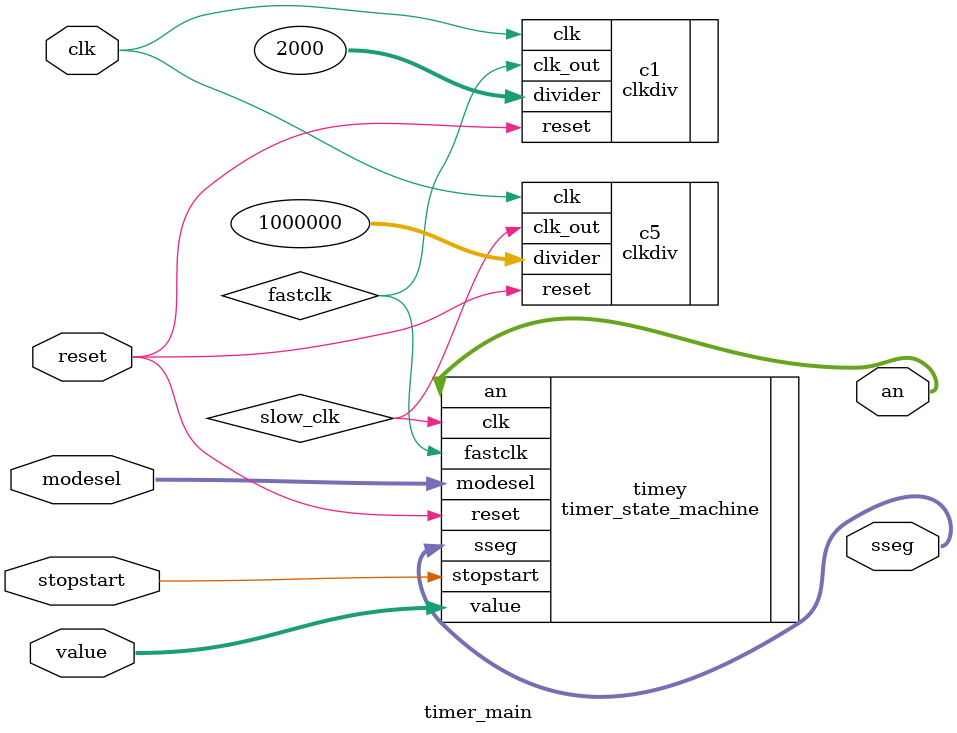
<source format=v>
`timescale 1ns / 1ps
module timer_main(
    input clk,
    input reset,
    input stopstart,
    input [1:0] modesel,
    input [7:0] value,
    output [3:0] an,
    output [7:0] sseg
    );
    wire slow_clk;
    wire fastclk;
    
    clkdiv c5 (.clk(clk), .reset(reset), .divider(1000000), .clk_out(slow_clk));
    clkdiv c1 (.clk(clk), .reset(reset),  .divider(2000),.clk_out(fastclk));
    
    timer_state_machine timey(
    .fastclk(fastclk),
    .clk(slow_clk),
    .reset(reset),
    .stopstart(stopstart),
    .modesel(modesel),
    .value(value),
    .an(an),
    .sseg(sseg));
    
endmodule

</source>
